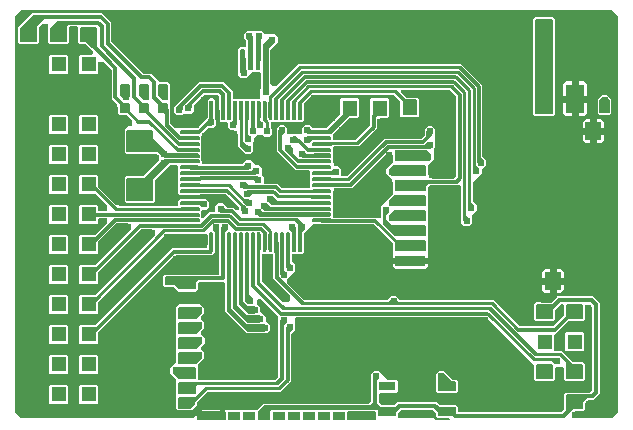
<source format=gtl>
%FSLAX25Y25*%
%MOIN*%
G70*
G01*
G75*
G04 Layer_Physical_Order=1*
G04 Layer_Color=255*
%ADD10R,0.05200X0.06000*%
%ADD11R,0.10000X0.03600*%
%ADD12C,0.02800*%
%ADD13R,0.04000X0.02800*%
%ADD14R,0.05400X0.04000*%
%ADD15C,0.04000*%
%ADD16R,0.06000X0.09600*%
%ADD17R,0.09000X0.07000*%
%ADD18R,0.03400X0.02800*%
%ADD19O,0.06496X0.01181*%
%ADD20O,0.01181X0.06496*%
%ADD21R,0.02756X0.00394*%
%ADD22R,0.05512X0.03150*%
%ADD23R,0.01575X0.06400*%
%ADD24R,0.07000X0.04000*%
%ADD25C,0.02400*%
%ADD26C,0.01000*%
%ADD27C,0.00600*%
%ADD28C,0.01400*%
%ADD29C,0.02000*%
%ADD30C,0.01200*%
%ADD31C,0.01600*%
%ADD32C,0.03000*%
%ADD33R,0.05000X0.05000*%
%ADD34R,0.05000X0.05000*%
%ADD35C,0.13780*%
%ADD36C,0.02756*%
%ADD37O,0.04000X0.07000*%
%ADD38O,0.04000X0.05000*%
%ADD39C,0.02400*%
G36*
X151178Y109698D02*
Y68598D01*
X152228Y67548D01*
X151378Y66698D01*
X150178D01*
Y109298D01*
X146878Y112598D01*
X98178D01*
X92578Y106998D01*
Y100598D01*
X92278Y100298D01*
X91578D01*
X91278Y100598D01*
Y107098D01*
X97778Y113598D01*
X147278D01*
X151178Y109698D01*
D02*
G37*
G36*
X137978Y69898D02*
Y66798D01*
X137678Y66498D01*
X126478D01*
Y67698D01*
X125628Y68548D01*
X127278Y70198D01*
X137678D01*
X137978Y69898D01*
D02*
G37*
G36*
X62378Y67198D02*
Y66498D01*
X62078Y66198D01*
X56178D01*
X55878Y66498D01*
X34378D01*
X26078Y58198D01*
X25378Y58898D01*
X33978Y67498D01*
X62078D01*
X62378Y67198D01*
D02*
G37*
G36*
X83678Y69498D02*
X105978D01*
X106278Y69198D01*
Y68498D01*
X105978Y68198D01*
X100078D01*
X99978Y68298D01*
X83878Y68298D01*
X81978Y68298D01*
Y69498D01*
X82828Y70348D01*
X83678Y69498D01*
D02*
G37*
G36*
X62378Y69098D02*
Y68398D01*
X62078Y68098D01*
X56178D01*
X55978Y68298D01*
X25378D01*
Y69298D01*
X56078D01*
X56178Y69398D01*
X62078D01*
X62378Y69098D01*
D02*
G37*
G36*
X125578Y88498D02*
X126778D01*
Y85998D01*
X124678Y83898D01*
Y82298D01*
X126428Y80548D01*
X125578Y79698D01*
X126778D01*
Y75598D01*
X122878Y71698D01*
Y68098D01*
X122578Y67798D01*
X107178D01*
X106878Y68098D01*
Y76498D01*
X108078D01*
Y77698D01*
X113078D01*
X124728Y89348D01*
X125578Y88498D01*
D02*
G37*
G36*
X71278Y70498D02*
X73378D01*
X76178Y67698D01*
X94878D01*
X97228Y65348D01*
X96378Y64498D01*
X97228Y63648D01*
X96478Y62898D01*
Y56698D01*
X96178Y56398D01*
X95478D01*
X95178Y56698D01*
X95178Y64523D01*
Y65698D01*
X94178Y66698D01*
X75778D01*
X72978Y69498D01*
X69378D01*
Y70698D01*
X70228Y71548D01*
X71278Y70498D01*
D02*
G37*
G36*
X94478Y56698D02*
X94178Y56398D01*
X93578D01*
X93278Y56698D01*
Y62798D01*
X92428Y63648D01*
X93278Y64498D01*
X94478D01*
Y56698D01*
D02*
G37*
G36*
X75478Y66098D02*
X83778D01*
X86678Y63198D01*
Y56698D01*
X86378Y56398D01*
X85678D01*
X85378Y56698D01*
Y63098D01*
X83378Y65098D01*
X75078D01*
X72278Y67898D01*
X66278D01*
X62978Y64598D01*
X42478D01*
X26078Y48198D01*
X25378Y48898D01*
X42078Y65598D01*
X62578D01*
X65878Y68898D01*
X72678D01*
X75478Y66098D01*
D02*
G37*
G36*
X201878Y134898D02*
Y102698D01*
Y93698D01*
Y50598D01*
Y2898D01*
X199878Y898D01*
X187578D01*
Y3298D01*
X190178D01*
X190778Y3898D01*
Y5798D01*
X191878Y6898D01*
X193678D01*
X195778Y8998D01*
Y39398D01*
X193678Y41498D01*
X181578D01*
X179928Y39848D01*
X179078Y40698D01*
Y39498D01*
X174578D01*
X173978Y38898D01*
Y33898D01*
X174578Y33298D01*
X180278D01*
X180778Y33798D01*
Y36898D01*
X182778Y38898D01*
X183578D01*
X183978Y38498D01*
Y35298D01*
X180178Y31498D01*
X169078D01*
X160278Y40298D01*
X129278D01*
X127878Y41698D01*
X126278D01*
X124878Y40298D01*
X97278D01*
X91478Y46098D01*
Y47198D01*
X94278Y49998D01*
Y52398D01*
X93278Y53398D01*
Y55498D01*
X93578Y55798D01*
X96478D01*
X97078Y56398D01*
Y62598D01*
X100078Y65598D01*
X120378D01*
X126778Y59198D01*
Y51498D01*
X127778Y50498D01*
X137578D01*
X138578Y51498D01*
Y77998D01*
X139178Y78598D01*
X149278D01*
X149578Y78298D01*
Y65898D01*
X150578Y64898D01*
X152178D01*
X153178Y65898D01*
Y68598D01*
X154878Y70298D01*
Y71698D01*
X153378Y73198D01*
Y79498D01*
X156378Y82498D01*
Y83598D01*
X157978Y85198D01*
Y86798D01*
X156578Y88198D01*
Y112098D01*
X149678Y118998D01*
X95278D01*
X87978Y111698D01*
X86778D01*
X85878Y112598D01*
Y123698D01*
X88478Y126298D01*
Y127898D01*
X87478Y128898D01*
X84178D01*
X82978Y130098D01*
X78078D01*
X77078Y129098D01*
Y127498D01*
X77878Y126698D01*
Y124998D01*
X77478Y124598D01*
X75878D01*
X75278Y123998D01*
Y115298D01*
X76278Y114298D01*
X77878D01*
X79978Y116398D01*
X82678D01*
X82978Y116098D01*
Y110898D01*
X82578Y110498D01*
Y107698D01*
X82278Y107398D01*
X73778D01*
X73478Y107698D01*
Y109998D01*
X70578Y112898D01*
X62078D01*
X53778Y104598D01*
Y102998D01*
X54778Y101998D01*
X56378D01*
X56778Y102398D01*
X59378D01*
X60378Y103398D01*
Y105098D01*
X63978Y108698D01*
X68478D01*
X68978Y108198D01*
Y100298D01*
X69578Y99698D01*
X71578D01*
X71878Y99398D01*
Y97998D01*
X72878Y96998D01*
X73978D01*
Y95798D01*
X75178D01*
Y91498D01*
X77678Y88998D01*
X79278D01*
X80278Y89998D01*
Y92898D01*
X80578Y93198D01*
Y94198D01*
X81778Y95398D01*
X83378D01*
X84078Y94698D01*
X85678D01*
X86678Y95698D01*
Y97298D01*
X86328Y97648D01*
X87178Y98498D01*
Y99698D01*
X96478D01*
X97078Y100298D01*
Y105998D01*
X99528Y108448D01*
X100378Y107598D01*
Y108798D01*
X127078D01*
X129278Y106598D01*
Y101598D01*
X129578Y101298D01*
X135178D01*
X135478Y101598D01*
Y107198D01*
X134878Y107798D01*
X131278D01*
X129378Y109698D01*
Y110098D01*
X129678Y110398D01*
X145878D01*
X147978Y108298D01*
Y81498D01*
X147278Y80798D01*
X139778D01*
Y81998D01*
X138578D01*
Y85398D01*
X140378Y87198D01*
Y90698D01*
X140978Y91298D01*
Y97298D01*
X139978Y98298D01*
X138378D01*
X137378Y97298D01*
Y95298D01*
X136178Y94098D01*
X123978D01*
X111478Y81598D01*
X109878D01*
X109578Y81898D01*
Y83898D01*
X108578Y84898D01*
X108078D01*
Y86098D01*
X106878D01*
Y91198D01*
X107178Y91498D01*
X115378D01*
X121478Y97598D01*
Y99798D01*
X122678D01*
Y100998D01*
X124878D01*
X125478Y101598D01*
Y107198D01*
X125178Y107498D01*
X119578D01*
X119278Y107198D01*
Y98598D01*
X114378Y93698D01*
X107178D01*
X106878Y93998D01*
Y95798D01*
X112078Y100998D01*
X114878D01*
X115478Y101598D01*
Y107198D01*
X115178Y107498D01*
X109578D01*
X109278Y107198D01*
Y102198D01*
X104678Y97598D01*
X100078D01*
X98978Y98698D01*
X97378D01*
X96378Y97698D01*
Y95798D01*
X96078Y95498D01*
X91978D01*
X91678Y95798D01*
Y97698D01*
X90678Y98698D01*
X89078D01*
X88078Y97698D01*
Y89798D01*
X94378Y83498D01*
X98878D01*
X99178Y83198D01*
Y77898D01*
X98878Y77598D01*
X89878D01*
X88378Y79098D01*
X84078D01*
X83778Y79398D01*
Y81198D01*
X83078Y81898D01*
Y84198D01*
X82078Y85198D01*
X81178D01*
X79478Y86898D01*
X77878D01*
X76828Y85848D01*
X75978Y86698D01*
Y85498D01*
X64178D01*
Y86698D01*
X62978D01*
Y94898D01*
X64178D01*
X63328Y95748D01*
X65278Y97698D01*
X66878D01*
X67878Y98698D01*
Y100198D01*
X67578Y100498D01*
Y106798D01*
X66878Y107498D01*
X65778D01*
X65078Y106798D01*
Y101098D01*
X61928Y97948D01*
X61078Y98798D01*
Y97598D01*
X54078D01*
X52578Y99098D01*
Y112298D01*
X51978Y112898D01*
X49078D01*
X46178Y115798D01*
X43678D01*
X32978Y126498D01*
Y132998D01*
X29978Y135998D01*
X6578D01*
X1978Y131398D01*
Y126398D01*
X2578Y125798D01*
X8178D01*
X8778Y126398D01*
Y131098D01*
X9928Y132248D01*
X10778Y131398D01*
X11978D01*
Y126398D01*
X12578Y125798D01*
X18178D01*
X18778Y126398D01*
Y131098D01*
X19278Y131598D01*
X21478D01*
X21978Y131098D01*
Y126398D01*
X22578Y125798D01*
X24378D01*
X26978Y123198D01*
Y122498D01*
X26478Y121998D01*
X22578D01*
X22278Y121698D01*
Y116098D01*
X22578Y115798D01*
X28178D01*
X28478Y116098D01*
Y118798D01*
X29678D01*
X30528Y119648D01*
X33078Y117098D01*
Y107398D01*
X34828Y105648D01*
X33978Y104798D01*
X35178D01*
Y102498D01*
X35778Y101898D01*
X38178D01*
X39828Y100248D01*
X38978Y99398D01*
Y98198D01*
X38478D01*
X37378Y97098D01*
Y89498D01*
X37978Y88898D01*
X48178D01*
X48728Y88348D01*
X47878Y87498D01*
X48728Y86648D01*
X43578Y81498D01*
X37978D01*
X37378Y80898D01*
Y73298D01*
X37978Y72698D01*
X46978D01*
X47578Y73298D01*
Y80298D01*
X52578Y85298D01*
X54978D01*
X55278Y84998D01*
Y75998D01*
X55878Y75398D01*
X62378D01*
X62678Y75698D01*
X71078D01*
X75578Y71198D01*
Y70598D01*
X75178Y70198D01*
X74578D01*
X73678Y71098D01*
X71578D01*
X70178Y72498D01*
X68578D01*
X67578Y71498D01*
Y69898D01*
X67178Y69498D01*
X65578D01*
X63778Y67698D01*
X63278D01*
X62978Y67998D01*
Y70098D01*
X63278Y70398D01*
X64678D01*
X65678Y71398D01*
Y72998D01*
X64678Y73998D01*
X55878D01*
X55278Y73398D01*
Y72098D01*
X54878Y71698D01*
X35378D01*
Y72898D01*
X34528Y72048D01*
X28478Y78098D01*
Y81698D01*
X28178Y81998D01*
X22578D01*
X22278Y81698D01*
Y76098D01*
X22578Y75798D01*
X27578D01*
X31428Y71948D01*
X30578Y71098D01*
Y69898D01*
X28778D01*
X28478Y70198D01*
Y71698D01*
X28178Y71998D01*
X22578D01*
X22278Y71698D01*
Y66098D01*
X22578Y65798D01*
X28178D01*
X28478Y66098D01*
Y67398D01*
X28778Y67698D01*
X30378D01*
Y66498D01*
X31228Y65648D01*
X27578Y61998D01*
X22578D01*
X22278Y61698D01*
Y56098D01*
X22578Y55798D01*
X28178D01*
X28478Y56098D01*
Y59698D01*
X34678Y65898D01*
X38578D01*
Y64698D01*
X39428Y63848D01*
X27578Y51998D01*
X22578D01*
X22278Y51698D01*
Y46098D01*
X22578Y45798D01*
X28178D01*
X28478Y46098D01*
Y49698D01*
X42778Y63998D01*
X46678D01*
Y62798D01*
X47528Y61948D01*
X27578Y41998D01*
X22578D01*
X22278Y41698D01*
Y36098D01*
X22578Y35798D01*
X28178D01*
X28478Y36098D01*
Y39698D01*
X50828Y62048D01*
X51678Y61198D01*
Y62398D01*
X64778D01*
X65078Y62098D01*
Y58698D01*
X63878D01*
Y57498D01*
X53078D01*
X27578Y31998D01*
X22578D01*
X22278Y31698D01*
Y26098D01*
X22578Y25798D01*
X28178D01*
X28478Y26098D01*
Y29698D01*
X53728Y54948D01*
X54578Y54098D01*
Y55298D01*
X66578D01*
X67578Y56298D01*
Y62998D01*
X66928Y63648D01*
X67778Y64498D01*
X68978D01*
Y49098D01*
X68678Y48798D01*
X50878D01*
X50278Y48198D01*
Y45398D01*
X50878Y44798D01*
X53978D01*
X55678Y43098D01*
X60878D01*
X61878Y44098D01*
Y45898D01*
X62278Y46298D01*
X70678D01*
X70978Y45998D01*
Y36298D01*
X78078Y29198D01*
X84978D01*
X85978Y30198D01*
Y31798D01*
X84378Y33398D01*
Y34798D01*
X82678Y36498D01*
Y37798D01*
X81378Y39098D01*
Y39998D01*
X81978Y40598D01*
X82978D01*
X88678Y34898D01*
Y14798D01*
X87578Y13698D01*
X62178D01*
X61878Y13998D01*
Y18998D01*
X63978Y21098D01*
Y22698D01*
X62778Y23898D01*
Y24798D01*
X64078Y26098D01*
Y27598D01*
X62778Y28898D01*
Y29898D01*
X63978Y31098D01*
Y32698D01*
X62778Y33898D01*
Y34898D01*
X63978Y36098D01*
Y37698D01*
X62578Y39098D01*
X55678D01*
X54678Y38098D01*
Y19798D01*
X52578Y17698D01*
Y15998D01*
X54678Y13898D01*
Y4098D01*
X55278Y3498D01*
X59878D01*
X61578Y5198D01*
Y6298D01*
X64978Y9698D01*
X89478D01*
X92978Y13198D01*
Y29098D01*
X94278Y30398D01*
Y34198D01*
X94778Y34698D01*
X157878D01*
X173978Y18598D01*
Y13898D01*
X174578Y13298D01*
X180178D01*
X180778Y13898D01*
Y17798D01*
X181078Y18098D01*
X183678D01*
X183978Y17798D01*
Y13898D01*
X184578Y13298D01*
X190178D01*
X190778Y13898D01*
Y18898D01*
X190178Y19498D01*
X186978D01*
X183878Y22598D01*
X183178Y23298D01*
X180778D01*
X180478Y23598D01*
Y28598D01*
X185178Y33298D01*
X190178D01*
X190778Y33898D01*
Y37698D01*
X193178D01*
Y10698D01*
X191978D01*
Y9498D01*
X184578D01*
X183978Y8898D01*
Y3998D01*
X182878Y2898D01*
X148878D01*
X148578Y3198D01*
Y4798D01*
X147978Y5398D01*
X142678D01*
X141678Y6398D01*
X128278D01*
X127278Y5398D01*
X123078D01*
X122078Y6398D01*
Y9098D01*
X122378Y9398D01*
X127978D01*
X128378Y9798D01*
Y13398D01*
X127978Y13798D01*
X125078D01*
X122078Y16798D01*
X120478D01*
X119478Y15798D01*
Y6498D01*
X118778Y5798D01*
X83578D01*
X81578Y3798D01*
X71078D01*
X70878Y3598D01*
Y3198D01*
X71178Y2898D01*
Y698D01*
X70878Y398D01*
X61878D01*
X61578Y698D01*
Y1698D01*
X61378Y1898D01*
X61078D01*
X60078Y898D01*
X2878D01*
X878Y2898D01*
Y134898D01*
X2878Y136898D01*
X199878D01*
X201878Y134898D01*
D02*
G37*
G36*
X125528Y69448D02*
X124678Y68598D01*
Y66898D01*
X126378Y65198D01*
X137678D01*
X137978Y64898D01*
Y61798D01*
X137678Y61498D01*
X127678D01*
X123478Y65698D01*
Y70298D01*
X124678D01*
X125528Y69448D01*
D02*
G37*
G36*
X106578Y67198D02*
X121078D01*
X128078Y60198D01*
X137678D01*
X137978Y59898D01*
Y56798D01*
X137678Y56498D01*
X127678D01*
X127378Y56798D01*
Y59498D01*
X120678Y66198D01*
X100078D01*
X99778Y66498D01*
Y67198D01*
X100078Y67498D01*
X106278D01*
X106578Y67198D01*
D02*
G37*
G36*
X88778Y75398D02*
X105978D01*
X106278Y75098D01*
Y74398D01*
X105978Y74098D01*
X99778D01*
X99478Y74398D01*
X88278D01*
X86778Y75898D01*
X80178D01*
X79128Y74848D01*
X78278Y75698D01*
Y76898D01*
X87278D01*
X88778Y75398D01*
D02*
G37*
G36*
X88378Y73398D02*
X105978D01*
X106278Y73098D01*
Y72398D01*
X105978Y72098D01*
X86278D01*
X85128Y73248D01*
X86828Y74948D01*
X88378Y73398D01*
D02*
G37*
G36*
X62878Y78998D02*
X72378D01*
X77478Y73898D01*
X78978D01*
Y72698D01*
X78128Y71848D01*
X71978Y77998D01*
X56178D01*
X55878Y78298D01*
Y78998D01*
X56178Y79298D01*
X62578D01*
X62878Y78998D01*
D02*
G37*
G36*
X139178Y92098D02*
Y90898D01*
X125378D01*
X112778Y78298D01*
X106578D01*
X106278Y77998D01*
X100078D01*
X99778Y78298D01*
Y78998D01*
X100078Y79298D01*
X112378D01*
X124978Y91898D01*
X137278D01*
X138328Y92948D01*
X139178Y92098D01*
D02*
G37*
G36*
X149578Y108998D02*
Y80798D01*
X147978Y79198D01*
X138878D01*
X137978Y78298D01*
Y76798D01*
X137678Y76498D01*
X127678D01*
X127378Y76798D01*
Y79898D01*
X127678Y80198D01*
X147578D01*
X148578Y81198D01*
Y108598D01*
X146178Y110998D01*
X98878D01*
X94478Y106598D01*
Y100598D01*
X94178Y100298D01*
X93478D01*
X93178Y100598D01*
Y106698D01*
X98478Y111998D01*
X146578D01*
X149578Y108998D01*
D02*
G37*
G36*
X78878Y78498D02*
X88078D01*
X89578Y76998D01*
X99778D01*
X100078Y77298D01*
X105978D01*
X106278Y77029D01*
Y76298D01*
X105978Y75998D01*
X89078D01*
X87578Y77498D01*
X76978D01*
Y78698D01*
X77828Y79548D01*
X78878Y78498D01*
D02*
G37*
G36*
X86078Y71398D02*
X105978D01*
X106278Y71098D01*
Y70398D01*
X105978Y70098D01*
X83978D01*
X83128Y70948D01*
X84828Y72648D01*
X86078Y71398D01*
D02*
G37*
G36*
X34578Y71098D02*
X55878D01*
X56178Y71398D01*
X62078D01*
X62378Y71098D01*
Y70398D01*
X62078Y70098D01*
X34178D01*
X25378Y78898D01*
X26078Y79598D01*
X34578Y71098D01*
D02*
G37*
G36*
X78228Y70848D02*
X77378Y69998D01*
X76178D01*
Y71498D01*
X71378Y76298D01*
X62378D01*
X62078Y75998D01*
X56178D01*
X55878Y76298D01*
Y76998D01*
X56178Y77298D01*
X71778D01*
X78228Y70848D01*
D02*
G37*
G36*
X137978Y74898D02*
Y71798D01*
X137678Y71498D01*
X126478D01*
Y72698D01*
X125628Y73548D01*
X127278Y75198D01*
X137678D01*
X137978Y74898D01*
D02*
G37*
G36*
X63878Y72198D02*
X63028Y71348D01*
X62278Y72098D01*
X56178D01*
X55878Y72398D01*
Y73098D01*
X56178Y73398D01*
X63878Y73398D01*
Y72198D01*
D02*
G37*
G36*
X152778Y110398D02*
Y72898D01*
X153828Y71848D01*
X152978Y70998D01*
X151778D01*
Y109998D01*
X147578Y114198D01*
X97478D01*
X90578Y107298D01*
Y100598D01*
X90278Y100298D01*
X89578D01*
X89278Y100598D01*
Y107398D01*
X97078Y115198D01*
X147978D01*
X152778Y110398D01*
D02*
G37*
G36*
X80778Y62598D02*
Y45398D01*
X89778Y36398D01*
X158678D01*
X173978Y21098D01*
X181678D01*
Y19898D01*
X180828Y19048D01*
X179778Y20098D01*
X173578D01*
X158378Y35298D01*
X89178D01*
X79478Y44998D01*
Y62598D01*
X79778Y62898D01*
X80478D01*
X80778Y62598D01*
D02*
G37*
G36*
X61278Y17798D02*
Y14398D01*
X60978Y14098D01*
X55478D01*
X53528Y16048D01*
X54378Y16898D01*
Y18098D01*
X60978D01*
X61278Y17798D01*
D02*
G37*
G36*
X82678Y62598D02*
Y46098D01*
X90678Y38098D01*
X159278D01*
X174678Y22698D01*
X182878D01*
X186678Y18898D01*
X189878D01*
X190178Y18598D01*
Y14198D01*
X189878Y13898D01*
X184878D01*
X184578Y14198D01*
Y19598D01*
X182478Y21698D01*
X174278D01*
X158978Y36998D01*
X90078D01*
X81378Y45698D01*
Y62598D01*
X81678Y62898D01*
X82378D01*
X82678Y62598D01*
D02*
G37*
G36*
X66978D02*
Y56598D01*
X66278Y55898D01*
X53778D01*
X26078Y28198D01*
X25378Y28898D01*
X53378Y56898D01*
X65439D01*
X65678Y57136D01*
Y62598D01*
X65978Y62898D01*
X66678D01*
X66978Y62598D01*
D02*
G37*
G36*
X62178Y28098D02*
Y26898D01*
X63028Y26048D01*
X61078Y24098D01*
X55578D01*
X55278Y24398D01*
Y27798D01*
X55578Y28098D01*
X61078Y28102D01*
X62178Y28098D01*
D02*
G37*
G36*
Y23098D02*
Y21898D01*
X63028Y21048D01*
X61078Y19098D01*
X55578D01*
X55278Y19398D01*
Y22798D01*
X55578Y23098D01*
X61078Y23102D01*
X62178Y23098D01*
D02*
G37*
G36*
X195178Y39098D02*
Y9298D01*
X193378Y7498D01*
X191478D01*
X190178Y6198D01*
Y4198D01*
X189878Y3898D01*
X186778D01*
X183778Y898D01*
X147578D01*
X146878Y1598D01*
X142078D01*
X141778Y1898D01*
Y3098D01*
X140478Y4398D01*
X129278D01*
X127978Y3098D01*
Y1898D01*
X127678Y1598D01*
X122078D01*
X121778Y1898D01*
Y3498D01*
X121478Y3798D01*
X86478D01*
X85878Y3198D01*
Y398D01*
X81878D01*
Y3198D01*
X83878Y5198D01*
X119078D01*
X120078Y6198D01*
Y14998D01*
X121278D01*
X122128Y14148D01*
X121478Y13498D01*
Y6098D01*
X122778Y4798D01*
X127578D01*
X128578Y5798D01*
X141078D01*
X142078Y4798D01*
X147678D01*
X147978Y4498D01*
Y2598D01*
X148278Y2298D01*
X183178D01*
X184578Y3698D01*
Y8598D01*
X184878Y8898D01*
X192778D01*
X193778Y9898D01*
Y38498D01*
X192778Y39498D01*
X182478D01*
X180178Y37198D01*
Y34198D01*
X179878Y33898D01*
X174878D01*
X174578Y34198D01*
Y38598D01*
X174878Y38898D01*
X179878D01*
X181878Y40898D01*
X193378D01*
X195178Y39098D01*
D02*
G37*
G36*
X141178Y2798D02*
Y1598D01*
X141778Y998D01*
X145378D01*
Y398D01*
X141278D01*
X140678Y998D01*
X128878D01*
X128578Y1298D01*
Y2698D01*
X129678Y3798D01*
X140178D01*
X141178Y2798D01*
D02*
G37*
G36*
X121178Y2898D02*
Y698D01*
X120878Y398D01*
X111878D01*
X111578Y698D01*
Y2898D01*
X111878Y3198D01*
X120878D01*
X121178Y2898D01*
D02*
G37*
G36*
X180178Y18598D02*
Y14198D01*
X179878Y13898D01*
X174878D01*
X174578Y14198D01*
Y18598D01*
X174878Y18898D01*
X179878D01*
X180178Y18598D01*
D02*
G37*
G36*
X91328Y32648D02*
X90378Y31698D01*
Y13998D01*
X88378Y11998D01*
X61778D01*
X61278Y11498D01*
Y9398D01*
X60978Y9098D01*
X55578D01*
X55278Y9398D01*
Y12798D01*
X55578Y13098D01*
X87878D01*
X89278Y14498D01*
Y33498D01*
X90478D01*
X91328Y32648D01*
D02*
G37*
G36*
X93328Y30348D02*
X92378Y29398D01*
Y13498D01*
X89178Y10298D01*
X64678D01*
X60978Y6598D01*
Y5498D01*
X59578Y4098D01*
X55578D01*
X55278Y4398D01*
Y7798D01*
X55578Y8098D01*
X60878Y8098D01*
X64178Y11398D01*
X88678D01*
X91278Y13998D01*
Y31198D01*
X92478D01*
X93328Y30348D01*
D02*
G37*
G36*
X71628Y63648D02*
X70878Y62898D01*
Y47659D01*
X70116Y46898D01*
X61978D01*
X61278Y46198D01*
Y44398D01*
X60978Y44098D01*
X55578D01*
X54278Y45398D01*
X51178D01*
X50878Y45698D01*
Y47898D01*
X51178Y48198D01*
X69578D01*
Y64498D01*
X70778D01*
X71628Y63648D01*
D02*
G37*
G36*
X86978Y55498D02*
Y47298D01*
X92378Y41898D01*
Y40198D01*
X91778Y39598D01*
X90078D01*
X83278Y46398D01*
Y55498D01*
X83578Y55798D01*
X86678D01*
X86978Y55498D01*
D02*
G37*
G36*
X78778Y62598D02*
Y42098D01*
X80028Y40848D01*
X78328Y39148D01*
X77478Y39998D01*
Y62598D01*
X77778Y62898D01*
X78461D01*
X78778Y62598D01*
D02*
G37*
G36*
X74778Y64498D02*
X83078D01*
X84678Y62898D01*
Y56698D01*
X84378Y56398D01*
X83678D01*
X83378Y56698D01*
Y62798D01*
X82678Y63498D01*
X74378D01*
X71578Y66298D01*
X66978D01*
X63678Y62998D01*
X50878D01*
X26078Y38198D01*
X25378Y38898D01*
X50478Y63998D01*
X63278D01*
X66578Y67298D01*
X71978D01*
X74778Y64498D01*
D02*
G37*
G36*
X92578Y62598D02*
Y52698D01*
X93328Y51948D01*
X92478Y51098D01*
X91278D01*
Y62598D01*
X91578Y62898D01*
X92278D01*
X92578Y62598D01*
D02*
G37*
G36*
X90578D02*
Y50398D01*
X91328Y49648D01*
X90478Y48798D01*
X89278D01*
Y62598D01*
X89578Y62898D01*
X90278D01*
X90578Y62598D01*
D02*
G37*
G36*
X88578D02*
Y48098D01*
X96978Y39698D01*
X125178D01*
X126228Y40748D01*
X127078Y39898D01*
X127928Y40748D01*
X128978Y39698D01*
X159978D01*
X168778Y30898D01*
X180478D01*
X184578Y34998D01*
Y38598D01*
X184878Y38898D01*
X189878D01*
X190178Y38598D01*
Y34198D01*
X189878Y33898D01*
X184878D01*
X180878Y29898D01*
X168378D01*
X159578Y38698D01*
X96578D01*
X87578Y47698D01*
Y56098D01*
X87278Y56398D01*
Y62598D01*
X87578Y62898D01*
X88278D01*
X88578Y62598D01*
D02*
G37*
G36*
X72878D02*
Y37498D01*
X78178Y32198D01*
X84178D01*
Y29798D01*
X78378D01*
X71578Y36598D01*
Y62598D01*
X71878Y62898D01*
X72578D01*
X72878Y62598D01*
D02*
G37*
G36*
X62178Y33098D02*
Y31898D01*
X63028Y31048D01*
X61078Y29098D01*
X55578D01*
X55278Y29398D01*
Y32798D01*
X55578Y33098D01*
X61078Y33102D01*
X62178Y33098D01*
D02*
G37*
G36*
X76778Y62598D02*
Y39798D01*
X78378Y38198D01*
X80878D01*
Y35798D01*
X78578D01*
X75478Y38898D01*
Y62598D01*
X75778Y62898D01*
X76478D01*
X76778Y62598D01*
D02*
G37*
G36*
X62178Y38098D02*
Y36898D01*
X63028Y36048D01*
X61078Y34098D01*
X55578D01*
X55278Y34398D01*
Y37798D01*
X55578Y38098D01*
X61078Y38102D01*
X62178Y38098D01*
D02*
G37*
G36*
X74778Y62598D02*
Y38698D01*
X78278Y35198D01*
X82578D01*
Y32798D01*
X78478D01*
X73478Y37798D01*
Y62598D01*
X73778Y62898D01*
X74478D01*
X74778Y62598D01*
D02*
G37*
G36*
X81978Y80398D02*
X81128Y79548D01*
X80078Y80598D01*
X63178D01*
X62578Y79998D01*
X56178D01*
X55878Y80298D01*
Y80998D01*
X56178Y81298D01*
X62278D01*
X62578Y81598D01*
X81978D01*
Y80398D01*
D02*
G37*
G36*
X114878Y101898D02*
X114578Y101598D01*
X111778D01*
X105878Y95698D01*
X98178D01*
Y96898D01*
X99028Y97748D01*
X99778Y96998D01*
X104978D01*
X112378Y104398D01*
X114878D01*
Y101898D01*
D02*
G37*
G36*
X80778Y106498D02*
X80778Y100298D01*
Y96498D01*
X79478D01*
Y106498D01*
X79778Y106798D01*
X80478D01*
X80778Y106498D01*
D02*
G37*
G36*
X82678D02*
Y100098D01*
X83428Y99348D01*
X82578Y98498D01*
X81378D01*
Y106498D01*
X81678Y106798D01*
X82378D01*
X82678Y106498D01*
D02*
G37*
G36*
X84678D02*
Y100398D01*
X85378Y99698D01*
Y98798D01*
X84378D01*
Y99298D01*
X83378Y100298D01*
Y106498D01*
X83678Y106798D01*
X84378D01*
X84678Y106498D01*
D02*
G37*
G36*
X74878D02*
Y98798D01*
X73678D01*
X72828Y99648D01*
X73578Y100398D01*
Y106498D01*
X73878Y106798D01*
X74578D01*
X74878Y106498D01*
D02*
G37*
G36*
X106278Y94698D02*
Y94098D01*
X105978Y93798D01*
X99878D01*
X99028Y92948D01*
X98178Y93798D01*
Y94998D01*
X105978D01*
X106278Y94698D01*
D02*
G37*
G36*
X124878Y101898D02*
X124578Y101598D01*
X121578D01*
X120878Y100898D01*
Y97898D01*
X115078Y92098D01*
X106578D01*
X106278Y91798D01*
X100078D01*
X99778Y92098D01*
Y92798D01*
X100078Y93098D01*
X114678D01*
X119878Y98298D01*
Y101898D01*
X122378Y104398D01*
X124878D01*
Y101898D01*
D02*
G37*
G36*
X32378Y132695D02*
Y126198D01*
X43378Y115198D01*
X45878D01*
X47678Y113398D01*
Y108198D01*
X49975Y105898D01*
X51678D01*
X51978Y105598D01*
Y98798D01*
X55778Y94998D01*
X62078D01*
X62378Y94698D01*
Y93998D01*
X62078Y93698D01*
X55678D01*
X50978Y98398D01*
Y101998D01*
X50478Y102498D01*
X48878D01*
X48578Y102798D01*
Y105598D01*
X46478Y107698D01*
Y112898D01*
X45378Y113998D01*
X42878D01*
X31178Y125698D01*
Y132198D01*
X29178Y134198D01*
X10978D01*
X8178Y131398D01*
Y126698D01*
X7878Y126398D01*
X2878D01*
X2578Y126698D01*
Y131098D01*
X6878Y135398D01*
X29675D01*
X32378Y132695D01*
D02*
G37*
G36*
X66978Y106498D02*
Y99498D01*
X66078D01*
Y98298D01*
X65016D01*
X62416Y95698D01*
X56179Y95697D01*
X55878Y95998D01*
X55878Y96698D01*
X56178Y96998D01*
X61878D01*
X65678Y100798D01*
Y106498D01*
X65978Y106798D01*
X66678D01*
X66978Y106498D01*
D02*
G37*
G36*
X78778D02*
Y100598D01*
X78478Y100298D01*
Y95698D01*
X79528Y94648D01*
X78678Y93798D01*
X77478D01*
Y106498D01*
X77778Y106798D01*
X78478D01*
X78778Y106498D01*
D02*
G37*
G36*
X87528Y126248D02*
X85178Y123898D01*
Y109616D01*
X83578D01*
Y125698D01*
X85828Y127948D01*
X87528Y126248D01*
D02*
G37*
G36*
X51978Y111998D02*
Y107998D01*
X50778D01*
X49928Y107148D01*
X48578Y108498D01*
Y111998D01*
X48878Y112298D01*
X51678D01*
X51978Y111998D01*
D02*
G37*
G36*
X77528Y123698D02*
Y117348D01*
X77928Y116948D01*
X77078Y116098D01*
X75878D01*
Y123698D01*
X76178Y123998D01*
X77228D01*
X77528Y123698D01*
D02*
G37*
G36*
X83103Y127473D02*
X82628Y126998D01*
Y117298D01*
X82328Y116998D01*
X81328D01*
X81028Y117298D01*
Y128298D01*
X82278D01*
X83103Y127473D01*
D02*
G37*
G36*
X80078Y117298D02*
X79778Y116998D01*
X78778D01*
X78478Y117298D01*
Y126998D01*
X78028Y127448D01*
X78878Y128298D01*
X80078D01*
Y117298D01*
D02*
G37*
G36*
X72878Y109698D02*
Y100598D01*
X72578Y100298D01*
X71878D01*
X71578Y100598D01*
Y109198D01*
X69678Y111098D01*
X62878D01*
X56778Y104998D01*
Y103798D01*
X55578D01*
X54728Y104648D01*
X62378Y112298D01*
X70278D01*
X72878Y109698D01*
D02*
G37*
G36*
X70878Y108998D02*
Y100598D01*
X70578Y100298D01*
X69878D01*
X69578Y100598D01*
Y108498D01*
X68778Y109298D01*
X63678D01*
X59778Y105398D01*
Y104198D01*
X58578D01*
X57728Y105048D01*
X63178Y110498D01*
X69378D01*
X70878Y108998D01*
D02*
G37*
G36*
X130978Y107198D02*
X134578D01*
X134878Y106898D01*
Y104398D01*
X132378D01*
X127378Y109398D01*
X99578D01*
X96478Y106298D01*
Y100598D01*
X96178Y100298D01*
X95478D01*
X95178Y100598D01*
Y106398D01*
X99178Y110398D01*
X127778D01*
X130978Y107198D01*
D02*
G37*
G36*
X45578Y111998D02*
Y107998D01*
X44378D01*
X43528Y107148D01*
X42178Y108498D01*
Y111998D01*
X42478Y112298D01*
X45278D01*
X45578Y111998D01*
D02*
G37*
G36*
X39178D02*
Y107998D01*
X37978D01*
X37128Y107148D01*
X35778Y108498D01*
Y111998D01*
X36078Y112298D01*
X38878D01*
X39178Y111998D01*
D02*
G37*
G36*
X30378Y131795D02*
Y125298D01*
X41278Y114398D01*
Y108198D01*
X43575Y105898D01*
X45278D01*
X45578Y105598D01*
Y102898D01*
X55378Y93098D01*
X62078D01*
X62378Y92798D01*
Y92098D01*
X62078Y91798D01*
X55278D01*
X44578Y102498D01*
X42478D01*
X42178Y102798D01*
Y105598D01*
X40078Y107698D01*
Y113898D01*
X29178Y124798D01*
Y131298D01*
X28278Y132198D01*
X18978D01*
X18178Y131398D01*
Y126698D01*
X17878Y126398D01*
X12878D01*
X12578Y126698D01*
Y131098D01*
X14878Y133398D01*
X28775D01*
X30378Y131795D01*
D02*
G37*
G36*
X46978Y96798D02*
Y94398D01*
X52278Y89098D01*
X62078D01*
X62378Y88798D01*
Y88098D01*
X62078Y87798D01*
X50678D01*
Y88998D01*
X49828Y88148D01*
X48478Y89498D01*
X38278D01*
X37978Y89798D01*
Y96798D01*
X38278Y97098D01*
X46678D01*
X46978Y96798D01*
D02*
G37*
G36*
X90628Y96048D02*
X89678Y95098D01*
Y90498D01*
X94978Y85198D01*
X105978D01*
X106278Y84903D01*
Y84198D01*
X105978Y83898D01*
X100078D01*
X99778Y84198D01*
X94578D01*
X88678Y90098D01*
Y96898D01*
X89778D01*
X90628Y96048D01*
D02*
G37*
G36*
X107778Y83098D02*
Y81898D01*
X100078D01*
X99778Y82198D01*
Y82898D01*
X100078Y83198D01*
X106178D01*
X106928Y83948D01*
X107778Y83098D01*
D02*
G37*
G36*
X93378Y91098D02*
Y89398D01*
X95578Y87198D01*
X105978D01*
X106278Y86898D01*
Y86198D01*
X105978Y85898D01*
X95178D01*
X90928Y90148D01*
X92628Y91848D01*
X93378Y91098D01*
D02*
G37*
G36*
X62378Y86898D02*
Y86198D01*
X62078Y85898D01*
X52278D01*
X46978Y80598D01*
Y73598D01*
X46678Y73298D01*
X38278D01*
X37978Y73598D01*
Y80598D01*
X38278Y80898D01*
X43878D01*
X49828Y86848D01*
X50678Y85998D01*
Y87198D01*
X62078D01*
X62378Y86898D01*
D02*
G37*
G36*
X154378Y111098D02*
Y85198D01*
X155428Y84148D01*
X154578Y83298D01*
X153378D01*
Y110698D01*
X148278Y115798D01*
X96778D01*
X88578Y107598D01*
Y100598D01*
X88278Y100298D01*
X87578D01*
X87278Y100598D01*
Y107698D01*
X96378Y116798D01*
X148678D01*
X154378Y111098D01*
D02*
G37*
G36*
X139428Y88848D02*
X138578Y87998D01*
X139427Y87149D01*
X138783Y86498D01*
X127678D01*
X127378Y86798D01*
Y89898D01*
X127678Y90198D01*
X138078D01*
X139428Y88848D01*
D02*
G37*
G36*
X155978Y111798D02*
Y87898D01*
X157028Y86848D01*
X156178Y85998D01*
X154978D01*
Y111398D01*
X148978Y117398D01*
X96078D01*
X86678Y107998D01*
Y100598D01*
X86378Y100298D01*
X85678D01*
X85378Y100598D01*
Y108098D01*
X95678Y118398D01*
X149378D01*
X155978Y111798D01*
D02*
G37*
G36*
X76778Y106498D02*
Y93098D01*
X77878Y91998D01*
X78478D01*
Y90798D01*
X77628Y89948D01*
X75778Y91798D01*
Y100298D01*
X75478Y100598D01*
Y106498D01*
X75778Y106798D01*
X76478D01*
X76778Y106498D01*
D02*
G37*
G36*
X98278Y91098D02*
X105978D01*
X106278Y90798D01*
X106278Y90098D01*
X105978Y89798D01*
X98178D01*
X95478Y92498D01*
X93378D01*
Y94898D01*
X94478D01*
X98278Y91098D01*
D02*
G37*
G36*
X140028Y95648D02*
X136878Y92498D01*
X124678D01*
X112178Y79998D01*
X100078D01*
X99778Y80298D01*
Y80998D01*
X100078Y81298D01*
X106278D01*
X106578Y80998D01*
X111778D01*
X124278Y93498D01*
X136478D01*
X137978Y94998D01*
Y96498D01*
X139178D01*
X140028Y95648D01*
D02*
G37*
G36*
X137978Y84898D02*
Y81798D01*
X137678Y81498D01*
X126378D01*
X125628Y82248D01*
X126478Y83098D01*
X125628Y83948D01*
X126878Y85198D01*
X137678D01*
X137978Y84898D01*
D02*
G37*
G36*
X81278Y83398D02*
Y82198D01*
X62278D01*
X61978Y81898D01*
X56178D01*
X55878Y82198D01*
Y82898D01*
X56178Y83198D01*
X79378D01*
X80428Y84248D01*
X81278Y83398D01*
D02*
G37*
G36*
X78678Y85098D02*
Y83898D01*
X56178D01*
X55878Y84198D01*
Y84898D01*
X56178Y85198D01*
X61978D01*
X62278Y84898D01*
X76778D01*
X77828Y85948D01*
X78678Y85098D01*
D02*
G37*
G36*
X28178Y131098D02*
Y124598D01*
X34878Y117898D01*
Y108198D01*
X37175Y105898D01*
X38878D01*
X39178Y105598D01*
Y103198D01*
X42078Y100298D01*
X45878D01*
X55078Y91098D01*
X62078D01*
X62378Y90798D01*
Y90098D01*
X62078Y89798D01*
X54978D01*
X45478Y99298D01*
X41678D01*
X38478Y102498D01*
X36078D01*
X35778Y102798D01*
Y105598D01*
X33678Y107698D01*
Y117401D01*
X27729Y123349D01*
X26678Y124398D01*
X24678Y126398D01*
X22878D01*
X22578Y126698D01*
Y131098D01*
X22878Y131398D01*
X27878D01*
X28178Y131098D01*
D02*
G37*
G36*
X97978Y89098D02*
X105978D01*
X106278Y88798D01*
Y88098D01*
X105978Y87798D01*
X96378D01*
Y88998D01*
X97228Y89848D01*
X97978Y89098D01*
D02*
G37*
%LPC*%
G36*
X28178Y21998D02*
X22578D01*
X22278Y21698D01*
Y16098D01*
X22578Y15798D01*
X28178D01*
X28478Y16098D01*
Y21698D01*
X28178Y21998D01*
D02*
G37*
G36*
X18178D02*
X12578D01*
X12278Y21698D01*
Y16098D01*
X12578Y15798D01*
X18178D01*
X18478Y16098D01*
Y21698D01*
X18178Y21998D01*
D02*
G37*
G36*
Y11998D02*
X12578D01*
X12278Y11698D01*
Y6098D01*
X12578Y5798D01*
X18178D01*
X18478Y6098D01*
Y11698D01*
X18178Y11998D01*
D02*
G37*
G36*
Y121998D02*
X12578D01*
X12278Y121698D01*
Y116098D01*
X12578Y115798D01*
X18178D01*
X18478Y116098D01*
Y121698D01*
X18178Y121998D01*
D02*
G37*
G36*
X69078Y3798D02*
X63278D01*
X63078Y3598D01*
Y3398D01*
X63278Y3198D01*
X69078D01*
X69278Y3398D01*
Y3598D01*
X69078Y3798D01*
D02*
G37*
G36*
X143778Y16798D02*
X142178D01*
X141178Y15798D01*
Y9998D01*
X141778Y9398D01*
X148078D01*
X148578Y9898D01*
Y13198D01*
X147978Y13798D01*
X146778D01*
X143778Y16798D01*
D02*
G37*
G36*
X18178Y81998D02*
X12578D01*
X12278Y81698D01*
Y76098D01*
X12578Y75798D01*
X18178D01*
X18478Y76098D01*
Y81698D01*
X18178Y81998D01*
D02*
G37*
G36*
X28178Y11998D02*
X22578D01*
X22278Y11698D01*
Y6098D01*
X22578Y5798D01*
X28178D01*
X28478Y6098D01*
Y11698D01*
X28178Y11998D01*
D02*
G37*
G36*
X190178Y29498D02*
X184578D01*
X184278Y29198D01*
Y23598D01*
X184578Y23298D01*
X190178D01*
X190478Y23598D01*
Y29198D01*
X190178Y29498D01*
D02*
G37*
G36*
X18178Y51998D02*
X12578D01*
X12278Y51698D01*
Y46098D01*
X12578Y45798D01*
X18178D01*
X18478Y46098D01*
Y51698D01*
X18178Y51998D01*
D02*
G37*
G36*
X28178Y101998D02*
X22578D01*
X22278Y101698D01*
Y96098D01*
X22578Y95798D01*
X28178D01*
X28478Y96098D01*
Y101698D01*
X28178Y101998D01*
D02*
G37*
G36*
X18178Y41998D02*
X12578D01*
X12278Y41698D01*
Y36098D01*
X12578Y35798D01*
X18178D01*
X18478Y36098D01*
Y41698D01*
X18178Y41998D01*
D02*
G37*
G36*
X182678Y50598D02*
X177678D01*
X176578Y49498D01*
Y43698D01*
X177678Y42598D01*
X182678D01*
X183778Y43698D01*
Y49498D01*
X182678Y50598D01*
D02*
G37*
G36*
X196178Y100598D02*
X191178D01*
X190078Y99498D01*
Y93698D01*
X191178Y92598D01*
X196178D01*
X197278Y93698D01*
Y99498D01*
X196178Y100598D01*
D02*
G37*
G36*
X18178Y71998D02*
X12578D01*
X12278Y71698D01*
Y66098D01*
X12578Y65798D01*
X18178D01*
X18478Y66098D01*
Y71698D01*
X18178Y71998D01*
D02*
G37*
G36*
Y101998D02*
X12578D01*
X12278Y101698D01*
Y96098D01*
X12578Y95798D01*
X18178D01*
X18478Y96098D01*
Y101698D01*
X18178Y101998D01*
D02*
G37*
G36*
Y61998D02*
X12578D01*
X12278Y61698D01*
Y56098D01*
X12578Y55798D01*
X18178D01*
X18478Y56098D01*
Y61698D01*
X18178Y61998D01*
D02*
G37*
G36*
X28178Y91998D02*
X22578D01*
X22278Y91698D01*
Y86098D01*
X22578Y85798D01*
X28178D01*
X28478Y86098D01*
Y91698D01*
X28178Y91998D01*
D02*
G37*
G36*
X180178Y134498D02*
X174178D01*
X173578Y133898D01*
Y102298D01*
X174178Y101698D01*
X180178D01*
X180778Y102298D01*
Y113198D01*
Y133898D01*
X180178Y134498D01*
D02*
G37*
G36*
X198178Y108798D02*
X196578D01*
X195078Y107298D01*
Y102698D01*
X195678Y102098D01*
X199078D01*
X199678Y102698D01*
Y107298D01*
X198178Y108798D01*
D02*
G37*
G36*
X18178Y31998D02*
X12578D01*
X12278Y31698D01*
Y26098D01*
X12578Y25798D01*
X18178D01*
X18478Y26098D01*
Y31698D01*
X18178Y31998D01*
D02*
G37*
G36*
Y91998D02*
X12578D01*
X12278Y91698D01*
Y86098D01*
X12578Y85798D01*
X18178D01*
X18478Y86098D01*
Y91698D01*
X18178Y91998D01*
D02*
G37*
G36*
X190478Y113198D02*
X184678D01*
X183578Y112098D01*
Y102698D01*
X184678Y101598D01*
X190478D01*
X191578Y102698D01*
Y112098D01*
X190478Y113198D01*
D02*
G37*
%LPD*%
G36*
X180178Y133598D02*
Y102598D01*
X179878Y102298D01*
X174478D01*
X174178Y102598D01*
Y133598D01*
X174478Y133898D01*
X179878D01*
X180178Y133598D01*
D02*
G37*
G36*
X199078Y106998D02*
Y102998D01*
X198778Y102698D01*
X195978D01*
X195678Y102998D01*
Y106998D01*
X196528Y107848D01*
X197378Y106998D01*
X198228Y107848D01*
X199078Y106998D01*
D02*
G37*
G36*
X146478Y13198D02*
X147678D01*
X147978Y12898D01*
Y10298D01*
X147678Y9998D01*
X142078D01*
X141778Y10298D01*
Y14998D01*
X142978D01*
X143828Y15848D01*
X146478Y13198D01*
D02*
G37*
D10*
X180178Y46598D02*
D03*
X193678Y96598D02*
D03*
D11*
X132678Y88358D02*
D03*
Y83358D02*
D03*
Y78357D02*
D03*
Y73357D02*
D03*
Y68357D02*
D03*
Y63358D02*
D03*
Y58358D02*
D03*
Y53357D02*
D03*
D12*
X113878Y1798D02*
D03*
X63878D02*
D03*
D13*
X108878D02*
D03*
X103878D02*
D03*
X98878D02*
D03*
X93878D02*
D03*
X88878D02*
D03*
X83878D02*
D03*
X68878D02*
D03*
X78878D02*
D03*
X73878D02*
D03*
D14*
X58278Y46098D02*
D03*
Y41098D02*
D03*
Y36098D02*
D03*
Y31098D02*
D03*
Y26098D02*
D03*
Y21098D02*
D03*
Y16098D02*
D03*
Y11098D02*
D03*
D15*
Y6098D02*
D03*
D16*
X177178Y107398D02*
D03*
X187578D02*
D03*
D17*
X42478Y93298D02*
D03*
Y77098D02*
D03*
D18*
X52878Y46798D02*
D03*
Y40398D02*
D03*
X197378Y110798D02*
D03*
Y104398D02*
D03*
X37478Y104198D02*
D03*
Y110598D02*
D03*
X43878Y104198D02*
D03*
Y110598D02*
D03*
X50278D02*
D03*
Y104198D02*
D03*
D19*
X59129Y96361D02*
D03*
Y94393D02*
D03*
Y92424D02*
D03*
Y90456D02*
D03*
Y88487D02*
D03*
Y86519D02*
D03*
Y84550D02*
D03*
Y82582D02*
D03*
Y80613D02*
D03*
Y78645D02*
D03*
Y76676D02*
D03*
Y74708D02*
D03*
Y72739D02*
D03*
Y70771D02*
D03*
Y68802D02*
D03*
Y66834D02*
D03*
X103027D02*
D03*
Y68802D02*
D03*
Y70771D02*
D03*
Y72739D02*
D03*
Y74708D02*
D03*
Y76676D02*
D03*
Y78645D02*
D03*
Y80613D02*
D03*
Y82582D02*
D03*
Y84550D02*
D03*
Y86519D02*
D03*
Y88487D02*
D03*
Y90456D02*
D03*
Y92424D02*
D03*
Y94393D02*
D03*
Y96361D02*
D03*
D20*
X66314Y59649D02*
D03*
X68283D02*
D03*
X70251D02*
D03*
X72220D02*
D03*
X74188D02*
D03*
X76157D02*
D03*
X78125D02*
D03*
X80094D02*
D03*
X82062D02*
D03*
X84031D02*
D03*
X85999D02*
D03*
X87968D02*
D03*
X89936D02*
D03*
X91905D02*
D03*
X93873D02*
D03*
X95842D02*
D03*
Y103547D02*
D03*
X93873D02*
D03*
X91905D02*
D03*
X89936D02*
D03*
X87968D02*
D03*
X85999D02*
D03*
X84031D02*
D03*
X82062D02*
D03*
X80094D02*
D03*
X78125D02*
D03*
X76157D02*
D03*
X74188D02*
D03*
X72220D02*
D03*
X70251D02*
D03*
X68283D02*
D03*
X66314D02*
D03*
D21*
X143978Y798D02*
D03*
D22*
X124878Y3188D02*
D03*
X144878D02*
D03*
X124878Y11607D02*
D03*
X144878D02*
D03*
D23*
X84396Y120498D02*
D03*
X81837D02*
D03*
X79278Y120498D02*
D03*
X76719Y120498D02*
D03*
X74160D02*
D03*
D24*
X83778Y132998D02*
D03*
X74778D02*
D03*
D25*
X187578Y121198D02*
X193078Y115698D01*
X187378Y121398D02*
X187578Y121198D01*
X74778Y132998D02*
X83778D01*
X143678Y47798D02*
X144878Y46598D01*
X180178D01*
X188317D02*
Y63048D01*
X180178Y46598D02*
X188317D01*
X180178Y54909D02*
X188317Y63048D01*
X180178Y46598D02*
Y54909D01*
X199178Y90698D02*
Y96598D01*
X193678Y90698D02*
X199178D01*
X193678D02*
Y96598D01*
X187578D02*
Y107398D01*
Y96598D02*
X193678D01*
Y107398D01*
Y96598D02*
X199178D01*
X193078Y107398D02*
Y115698D01*
X187578Y107398D02*
X193078D01*
X182178Y116198D02*
X187378Y121398D01*
X182178Y107398D02*
Y116198D01*
Y107398D02*
X187578D01*
Y121198D01*
X188317Y63048D02*
Y94544D01*
X117278Y127398D02*
X159878D01*
X5378Y8898D02*
X11378Y2898D01*
X35378D01*
X42323Y9843D01*
X187378Y121398D02*
Y131398D01*
X94215Y132998D02*
X95715Y131498D01*
X113178D01*
X117278Y127398D01*
X42323Y127953D02*
X45868Y131498D01*
X62841D01*
X88038Y119698D02*
X92678D01*
X95715Y122735D01*
Y131498D01*
X62841D02*
X64341Y132998D01*
X62841Y119698D02*
Y131498D01*
Y119698D02*
X70518D01*
X64341Y132998D02*
X74778D01*
X5378Y8898D02*
Y38898D01*
Y68898D01*
Y88898D01*
Y118898D01*
X160433Y104943D02*
Y127953D01*
Y104943D02*
X170832Y94544D01*
X188317D01*
X177378Y6398D02*
X181678Y10698D01*
X191978D01*
Y37698D01*
X170728Y46448D02*
X176478Y40698D01*
X179078D01*
X180178Y41798D01*
Y46598D01*
X83778Y132998D02*
X94215D01*
D26*
X114278Y8798D02*
X114878Y9398D01*
X74378Y8798D02*
X114278D01*
X70278Y4698D02*
X74378Y8798D01*
X62528Y4698D02*
X70278D01*
X180678Y30398D02*
X186678Y36398D01*
X168578Y30398D02*
X180678D01*
X159778Y39198D02*
X168578Y30398D01*
X187378Y16398D02*
Y17498D01*
X182678Y22198D02*
X187378Y17498D01*
X174478Y22198D02*
X182678D01*
X96778Y39198D02*
X159778D01*
X159178Y37498D02*
X174478Y22198D01*
X90378Y37498D02*
X159178D01*
X158578Y35798D02*
X173778Y20598D01*
X89578Y35798D02*
X158578D01*
X173778Y20598D02*
X181678D01*
X88078Y47898D02*
X96778Y39198D01*
X81878Y45998D02*
X90378Y37498D01*
X119478Y4498D02*
X120728Y5748D01*
X88078Y47898D02*
Y59698D01*
X79978Y45398D02*
X89578Y35798D01*
X81878Y45998D02*
Y59698D01*
X79978Y45398D02*
Y59698D01*
X73978Y38398D02*
Y59698D01*
Y38398D02*
X78378Y33998D01*
X75978Y39598D02*
X78578Y36998D01*
X75978Y39598D02*
Y59698D01*
X72078Y37198D02*
Y59698D01*
Y37198D02*
X78278Y30998D01*
X84178D01*
X78378Y33998D02*
X82578D01*
X78578Y36998D02*
X80878D01*
X77978Y40198D02*
Y59649D01*
X74578Y63998D02*
X82878D01*
X71778Y66798D02*
X74578Y63998D01*
X75278Y65598D02*
X83578D01*
X72478Y68398D02*
X75278Y65598D01*
X75978Y67198D02*
X94631D01*
X73178Y69998D02*
X75978Y67198D01*
X71578Y76798D02*
X77378Y70998D01*
X77978Y40198D02*
X78178Y39998D01*
X142687Y3188D02*
X144878D01*
X58278Y11098D02*
X59678D01*
X58278Y6098D02*
X59578D01*
X83978Y4498D02*
X119478D01*
X83878Y4398D02*
X83978Y4498D01*
X83878Y1798D02*
Y4398D01*
X123978Y66898D02*
Y70298D01*
Y66898D02*
X126278Y64598D01*
X131222D01*
X129018Y58157D02*
X132662D01*
X131222Y64598D02*
X132662Y63157D01*
X95878Y117898D02*
X149178D01*
X155478Y111598D01*
Y86698D02*
Y111598D01*
X148478Y116298D02*
X153878Y110898D01*
X96578Y116298D02*
X148478D01*
X153878Y83998D02*
Y110898D01*
X147778Y114698D02*
X152278Y110198D01*
Y71698D02*
Y110198D01*
X97278Y114698D02*
X147778D01*
X146378Y111498D02*
X149078Y108798D01*
Y80998D02*
Y108798D01*
X150678Y67398D02*
Y109498D01*
X147078Y113098D02*
X150678Y109498D01*
X98678Y111498D02*
X146378D01*
X97978Y113098D02*
X147078D01*
X147778Y79698D02*
X149078Y80998D01*
X133918Y79698D02*
X147778D01*
X132678Y78357D02*
X133918Y79598D01*
X126478Y83098D02*
X132418D01*
X102978Y80498D02*
X111978D01*
X124478Y92998D01*
X102978Y78798D02*
X112578D01*
X125178Y91398D01*
X124515Y92998D02*
X136678D01*
X125178Y91398D02*
X139178D01*
X136678Y92998D02*
X139678Y95998D01*
X155478Y86698D02*
X156178Y85998D01*
X153878Y83998D02*
X154578Y83298D01*
X152278Y71698D02*
X152978Y70998D01*
X150678Y67398D02*
X151378Y66698D01*
X63978Y107098D02*
X65078Y108198D01*
X68283Y103547D02*
Y107293D01*
X67378Y108198D02*
X68283Y107293D01*
X65078Y108198D02*
X67378D01*
X87178Y92598D02*
Y98498D01*
X82478Y87898D02*
X87178Y92598D01*
X87678Y98498D02*
X87778Y98598D01*
X77278Y87898D02*
X82478D01*
X59430Y1600D02*
X62528Y4698D01*
X50565Y1600D02*
X59430D01*
X105842Y96361D02*
X112378Y102898D01*
X103027Y96361D02*
X105842D01*
X65978Y99098D02*
X66314Y99434D01*
X98914Y96361D02*
X103027D01*
X70251Y59649D02*
Y64071D01*
X66314Y99434D02*
Y103547D01*
X96378Y63798D02*
Y65450D01*
X94631Y67198D02*
X96378Y65450D01*
X69478Y69998D02*
X73178D01*
X68778Y70698D02*
X69478Y69998D01*
X73978Y99098D02*
X74188Y99308D01*
Y103547D01*
X80578Y82698D02*
X81278Y83398D01*
X59129Y82698D02*
X80578D01*
X81278Y81098D02*
X81978Y80398D01*
X59129Y80613D02*
X62294D01*
X62778Y81098D01*
X81278D01*
X42323Y9843D02*
Y42542D01*
X68283Y54602D02*
Y59649D01*
X52388Y74708D02*
X59129D01*
X68283Y96893D02*
X77278Y87898D01*
X59178Y76798D02*
X71578D01*
X77378Y69998D02*
Y70998D01*
X72178Y78498D02*
X77978Y72698D01*
X59178Y78498D02*
X72178D01*
X77978Y72698D02*
X78978D01*
X85178Y70598D02*
X103027D01*
X83978Y71798D02*
X85178Y70598D01*
X87478Y72598D02*
X103027D01*
X85978Y74098D02*
X87478Y72598D01*
X82678Y68798D02*
X102978D01*
X81978Y69498D02*
X82678Y68798D01*
X103027Y82582D02*
X107262D01*
X93873Y103547D02*
Y106693D01*
X81878Y99198D02*
Y103798D01*
Y99198D02*
X82278Y98798D01*
X126478Y67898D02*
X132678D01*
X80094Y96682D02*
Y103547D01*
X126478Y72998D02*
X132678D01*
X84031Y100345D02*
Y103547D01*
X84878Y96498D02*
Y99498D01*
X84031Y100345D02*
X84878Y99498D01*
X66078Y68398D02*
X72478D01*
X85999Y59649D02*
Y63176D01*
X83578Y65598D02*
X85999Y63176D01*
X66778Y66798D02*
X71778D01*
X82878Y63998D02*
X84031Y62845D01*
Y59649D02*
Y62845D01*
X59178Y84398D02*
X78578D01*
X87968Y103547D02*
Y107687D01*
X85999Y103547D02*
Y108019D01*
X91905Y103547D02*
Y107024D01*
X89936Y103547D02*
Y107356D01*
X95842Y103547D02*
Y104561D01*
X95878Y104598D01*
Y106384D01*
X76157Y103547D02*
X76278Y103425D01*
Y92898D02*
Y103425D01*
Y92898D02*
X77725Y91450D01*
X77978Y94598D02*
Y103498D01*
Y94598D02*
X78678Y93898D01*
X97088Y88487D02*
X103027D01*
X96578Y88998D02*
X97088Y88487D01*
X93378Y93598D02*
X95034D01*
X98078Y90598D02*
X102978D01*
X95078Y93598D02*
X98078Y90598D01*
X95078Y86698D02*
X102978D01*
X91278Y90498D02*
X95078Y86698D01*
X89178Y90298D02*
X94778Y84698D01*
X102978D01*
X98973Y94393D02*
X103027D01*
X42323Y9843D02*
X50565Y1600D01*
X196332Y105298D02*
X197378Y104251D01*
X95878Y106384D02*
X99392Y109898D01*
X85999Y108019D02*
X95878Y117898D01*
X87968Y107687D02*
X96578Y116298D01*
X89936Y107356D02*
X97278Y114698D01*
X91905Y107024D02*
X97978Y113098D01*
X93873Y106693D02*
X98678Y111498D01*
X51978Y74298D02*
X52388Y74708D01*
X107262Y82582D02*
X107778Y83098D01*
X51478Y98598D02*
Y103646D01*
Y98598D02*
X55578Y94498D01*
X43878Y103898D02*
X55351Y92424D01*
X59129D01*
X55020Y90456D02*
X59129D01*
X88528Y74898D02*
X103178D01*
X78278Y76398D02*
X87028D01*
X88528Y74898D01*
X76978Y77998D02*
X87878D01*
X89378Y76498D02*
X102978D01*
X87878Y77998D02*
X89378Y76498D01*
X89178Y90298D02*
Y95698D01*
X89778Y96298D01*
X99392Y109898D02*
X127578D01*
X131978Y105498D01*
X132378D01*
X115378Y97098D02*
X117361Y99080D01*
Y104780D01*
X109878Y97098D02*
X115378D01*
X87178Y99198D02*
X104578D01*
X106478Y101098D01*
X120378Y98098D02*
Y102398D01*
X122378Y104398D01*
X114878Y92598D02*
X120378Y98098D01*
X102978Y92598D02*
X114878D01*
X25378Y78898D02*
X26078D01*
X34378Y70598D01*
X59178D01*
X27478Y68798D02*
X59178D01*
X26078Y58898D02*
X34178Y66998D01*
X59178D01*
X25378Y58898D02*
X26078D01*
X62778Y65098D02*
X66078Y68398D01*
X63478Y63498D02*
X66778Y66798D01*
X25378Y48898D02*
X26078D01*
X42278Y65098D01*
X62778D01*
X25378Y38898D02*
X26078D01*
X50678Y63498D01*
X63478D01*
X53578Y56398D02*
X65978D01*
X66314Y56734D01*
Y59649D01*
X42323Y42542D02*
X51378Y51598D01*
X65278D01*
X68283Y54602D01*
X25728Y28548D02*
X53578Y56398D01*
X42323Y36143D02*
X46578Y40398D01*
X56178D01*
X57078Y41298D01*
X52878Y46798D02*
X57580D01*
X58278Y46100D01*
X55176Y16100D02*
X58278D01*
X54378Y16898D02*
X55176Y16100D01*
X58278Y36100D02*
X59076Y36898D01*
X62178D01*
X58278Y31100D02*
X59076Y31898D01*
X62178D01*
X58278Y26100D02*
X61380D01*
X62178Y26898D01*
X58278Y21100D02*
X61380D01*
X62178Y21898D01*
X37478Y104198D02*
X41878Y99798D01*
X45678D01*
X55020Y90456D01*
X186678Y36398D02*
X187378D01*
X102978Y66698D02*
X120878D01*
X129018Y58557D01*
X95842Y63261D02*
X96378Y63798D01*
X95842Y59649D02*
Y63261D01*
X91778Y51998D02*
Y59698D01*
X89778Y49498D02*
Y59698D01*
X91778Y51998D02*
X92478Y51298D01*
X89778Y49498D02*
X90478Y48798D01*
X58278Y46100D02*
X59776Y47598D01*
X69778D01*
X70278Y48098D02*
Y59698D01*
X69778Y47598D02*
X70278Y48098D01*
X78178Y39998D02*
X79178D01*
X59678Y11098D02*
X61078Y12498D01*
X59578Y6098D02*
X64378Y10898D01*
X61078Y12498D02*
X88178D01*
X89778Y14098D01*
Y33498D01*
X64378Y10898D02*
X88878D01*
X91778Y13798D01*
Y31198D01*
X68378Y96844D02*
Y103498D01*
D27*
X139805Y2398D02*
X141505Y698D01*
X139678Y2398D02*
X139805D01*
X139678Y2398D02*
X139678Y2398D01*
X134878Y2398D02*
X139678D01*
X141505Y698D02*
X145378D01*
X63878Y1798D02*
X68878D01*
D28*
X123287Y3188D02*
X124878D01*
X120778Y5698D02*
X123287Y3188D01*
X120778Y5698D02*
Y14998D01*
X144878Y3188D02*
X146287D01*
X147878Y1598D01*
X183478D01*
X124878Y3188D02*
X127068D01*
X128978Y5098D02*
X140778D01*
X127068Y3188D02*
X128978Y5098D01*
X140778D02*
X142687Y3188D01*
X189178Y8198D02*
X193078D01*
X194478Y9598D01*
Y38798D01*
X193078Y40198D02*
X194478Y38798D01*
X177378Y36398D02*
X178378D01*
X182178Y40198D01*
X193078D01*
X183478Y1598D02*
X187378Y5498D01*
Y6398D01*
X189178Y8198D01*
D29*
X142418Y53357D02*
X143678Y52098D01*
Y47798D02*
Y52098D01*
X177378Y121398D02*
Y131398D01*
Y108106D02*
Y121398D01*
X95678Y52798D02*
X96238Y53357D01*
X132678D01*
X142418D01*
D30*
X55578Y103798D02*
Y104648D01*
X62628Y111698D01*
X72220Y103547D02*
Y109456D01*
X69978Y111698D02*
X72220Y109456D01*
X62628Y111698D02*
X69978D01*
X70251Y103547D02*
Y108724D01*
X69078Y109898D02*
X70251Y108724D01*
X63428Y109898D02*
X69078D01*
X58528Y104148D02*
Y104998D01*
X63428Y109898D01*
X51188Y88487D02*
X59129D01*
X46278Y93398D02*
X51188Y88487D01*
X41878Y93398D02*
X46278D01*
X51199Y86519D02*
X59129D01*
X41578Y76898D02*
X51199Y86519D01*
X41578Y76024D02*
Y76898D01*
X43878Y104198D02*
Y104746D01*
X40678Y107946D02*
X43878Y104746D01*
X40678Y107946D02*
Y114149D01*
X37478Y104198D02*
Y104746D01*
X34278Y107946D02*
X37478Y104746D01*
X34278Y107946D02*
Y117649D01*
X25378Y126549D02*
X34278Y117649D01*
X25378Y126549D02*
Y128898D01*
X31778Y125946D02*
Y132446D01*
X29778Y125049D02*
X40678Y114149D01*
X29427Y134798D02*
X31778Y132446D01*
X8578Y134798D02*
X29427D01*
X29778Y125049D02*
Y131546D01*
X28526Y132798D02*
X29778Y131546D01*
X5378Y131598D02*
X8578Y134798D01*
X5378Y128898D02*
Y131598D01*
X15378Y128898D02*
Y131598D01*
X16578Y132798D01*
X28526D01*
X31778Y125946D02*
X43126Y114598D01*
X45630D01*
X47078Y107946D02*
Y113149D01*
X45630Y114598D02*
X47078Y113149D01*
Y107946D02*
X51378Y103646D01*
X55908Y94393D02*
X59129D01*
D31*
X79278Y120498D02*
Y127798D01*
X81837Y120498D02*
Y127757D01*
Y127857D02*
X82278Y128298D01*
X78878D02*
X79278Y127898D01*
X84396Y120498D02*
Y124716D01*
Y124816D02*
X86678Y127098D01*
X84396Y109616D02*
Y120498D01*
X76719Y116107D02*
Y120498D01*
X74160D02*
Y132379D01*
D32*
X188317Y94544D02*
D03*
Y63048D02*
D03*
D33*
X142378Y104398D02*
D03*
X112378D02*
D03*
X122378D02*
D03*
X132378D02*
D03*
X15378Y128898D02*
D03*
X25378Y118898D02*
D03*
Y128898D02*
D03*
X15378Y118898D02*
D03*
X5378D02*
D03*
X5378Y128898D02*
D03*
Y28898D02*
D03*
X25378D02*
D03*
X15378D02*
D03*
Y18898D02*
D03*
X25378Y8898D02*
D03*
Y18898D02*
D03*
X15378Y8898D02*
D03*
X5378D02*
D03*
X5378Y18898D02*
D03*
Y58898D02*
D03*
X25378D02*
D03*
X15378D02*
D03*
Y48898D02*
D03*
X25378Y38898D02*
D03*
Y48898D02*
D03*
X15378Y38898D02*
D03*
X5378D02*
D03*
X5378Y48898D02*
D03*
X15378Y78898D02*
D03*
X25378Y68898D02*
D03*
Y78898D02*
D03*
X15378Y68898D02*
D03*
X5378D02*
D03*
X5378Y78898D02*
D03*
Y98898D02*
D03*
X5378Y88898D02*
D03*
X15378D02*
D03*
X25378Y98898D02*
D03*
Y88898D02*
D03*
X15378Y98898D02*
D03*
D34*
X177378Y121398D02*
D03*
X187378Y131398D02*
D03*
X177378D02*
D03*
X187378Y121398D02*
D03*
X177378Y16398D02*
D03*
X187378D02*
D03*
Y26398D02*
D03*
X177378Y36398D02*
D03*
X187378D02*
D03*
X177378Y26398D02*
D03*
X187378Y6398D02*
D03*
X177378D02*
D03*
D35*
X42323Y127953D02*
D03*
Y9843D02*
D03*
X160433D02*
D03*
Y127953D02*
D03*
D36*
X134878Y2398D02*
D03*
X134879Y12398D02*
D03*
X134878Y2398D02*
D03*
X134877Y12398D02*
D03*
D37*
X62841Y131498D02*
D03*
X95715D02*
D03*
D38*
X70518Y119698D02*
D03*
X88038D02*
D03*
D39*
X72178Y26198D02*
D03*
X85278Y36198D02*
D03*
X70078Y4498D02*
D03*
X69378Y70698D02*
D03*
X69878Y131398D02*
D03*
X68178Y124698D02*
D03*
X63878Y72198D02*
D03*
X50678Y88998D02*
D03*
Y85998D02*
D03*
X181678Y19898D02*
D03*
X121278Y14998D02*
D03*
X142978D02*
D03*
X78878Y128298D02*
D03*
X82228D02*
D03*
X90478Y33498D02*
D03*
X84178Y30998D02*
D03*
X77378Y69998D02*
D03*
X78978Y72698D02*
D03*
X78278Y75698D02*
D03*
X82578Y33998D02*
D03*
X122678Y99798D02*
D03*
X139778Y81998D02*
D03*
X66078Y99498D02*
D03*
X139178Y96498D02*
D03*
Y92098D02*
D03*
X55578Y103798D02*
D03*
X58578Y104198D02*
D03*
X63878Y106898D02*
D03*
X197378Y106998D02*
D03*
X127078Y39898D02*
D03*
X95678Y52798D02*
D03*
X92478Y31198D02*
D03*
X154578Y83298D02*
D03*
X156178Y85998D02*
D03*
X152978Y70998D02*
D03*
X151378Y66698D02*
D03*
X138578Y87998D02*
D03*
X96378Y64498D02*
D03*
X70778D02*
D03*
X98178Y96898D02*
D03*
X73678Y98798D02*
D03*
X81278Y83398D02*
D03*
X81978Y80398D02*
D03*
X79178Y39998D02*
D03*
X67778Y64498D02*
D03*
X51978Y74298D02*
D03*
X66178Y74198D02*
D03*
X87178Y98498D02*
D03*
X113678Y9498D02*
D03*
X106478Y101098D02*
D03*
X109878Y97098D02*
D03*
X117361Y104780D02*
D03*
X54378Y16898D02*
D03*
X83978Y71798D02*
D03*
X85978Y74098D02*
D03*
X81978Y69498D02*
D03*
X126478Y83098D02*
D03*
X107778D02*
D03*
X124678Y70298D02*
D03*
X82578Y98498D02*
D03*
X126478Y67698D02*
D03*
X80278Y96498D02*
D03*
X84878D02*
D03*
X37978Y107998D02*
D03*
X44378D02*
D03*
X50778D02*
D03*
X76978Y78698D02*
D03*
X78678Y85098D02*
D03*
X78478Y90798D02*
D03*
X96378Y88998D02*
D03*
X91778Y90998D02*
D03*
X89878Y96898D02*
D03*
X93278Y64498D02*
D03*
X98178Y93798D02*
D03*
X62178Y31898D02*
D03*
Y26898D02*
D03*
Y21898D02*
D03*
X117278Y127398D02*
D03*
X143678Y47798D02*
D03*
X117078Y1998D02*
D03*
X77078Y116098D02*
D03*
X84378Y109698D02*
D03*
X78578Y93898D02*
D03*
X30578Y71098D02*
D03*
X35378Y72898D02*
D03*
X30378Y66498D02*
D03*
X38578Y64698D02*
D03*
X46678Y62798D02*
D03*
X63878Y58698D02*
D03*
X62178Y36898D02*
D03*
X51678Y61198D02*
D03*
X54578Y54098D02*
D03*
X47878Y87498D02*
D03*
X160433Y104943D02*
D03*
X10778Y131398D02*
D03*
X20378Y130398D02*
D03*
Y120198D02*
D03*
X29678Y118798D02*
D03*
X38978Y99398D02*
D03*
X33978Y104798D02*
D03*
X61078Y98798D02*
D03*
X64178Y86698D02*
D03*
Y94898D02*
D03*
X73978Y95798D02*
D03*
X191978Y37698D02*
D03*
Y10698D02*
D03*
X187578Y2098D02*
D03*
X192178Y5498D02*
D03*
X179078Y40698D02*
D03*
X125578Y88498D02*
D03*
X108078Y76498D02*
D03*
X125578Y79698D02*
D03*
X108078Y86098D02*
D03*
X100378Y107598D02*
D03*
X98278Y101298D02*
D03*
X75978Y86698D02*
D03*
X92478Y51098D02*
D03*
X90478Y48798D02*
D03*
X109778Y32798D02*
D03*
X80878Y36998D02*
D03*
X85378Y46198D02*
D03*
X86678Y127098D02*
D03*
X53778Y109998D02*
D03*
X119278Y23298D02*
D03*
X157378Y33498D02*
D03*
X93378Y93698D02*
D03*
X90678Y123498D02*
D03*
X126478Y72698D02*
D03*
M02*

</source>
